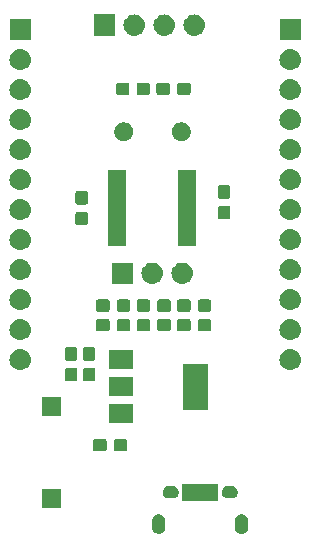
<source format=gbr>
%TF.GenerationSoftware,KiCad,Pcbnew,5.1.0*%
%TF.CreationDate,2019-06-23T04:01:33+08:00*%
%TF.ProjectId,stm32_fxp6,73746d33-325f-4667-9870-362e6b696361,rev?*%
%TF.SameCoordinates,Original*%
%TF.FileFunction,Soldermask,Top*%
%TF.FilePolarity,Negative*%
%FSLAX46Y46*%
G04 Gerber Fmt 4.6, Leading zero omitted, Abs format (unit mm)*
G04 Created by KiCad (PCBNEW 5.1.0) date 2019-06-23 04:01:33*
%MOMM*%
%LPD*%
G04 APERTURE LIST*
%ADD10C,0.350000*%
G04 APERTURE END LIST*
D10*
G36*
X78650014Y-73048973D02*
G01*
X78753878Y-73080479D01*
X78797907Y-73104013D01*
X78849599Y-73131643D01*
X78849601Y-73131644D01*
X78849600Y-73131644D01*
X78933501Y-73200499D01*
X79002356Y-73284400D01*
X79053521Y-73380121D01*
X79085027Y-73483985D01*
X79093000Y-73564933D01*
X79093000Y-74169067D01*
X79085027Y-74250015D01*
X79053521Y-74353879D01*
X79053519Y-74353882D01*
X79002357Y-74449600D01*
X78933501Y-74533501D01*
X78849600Y-74602357D01*
X78781055Y-74638995D01*
X78753879Y-74653521D01*
X78650015Y-74685027D01*
X78542000Y-74695666D01*
X78433986Y-74685027D01*
X78330122Y-74653521D01*
X78302946Y-74638995D01*
X78234401Y-74602357D01*
X78150500Y-74533501D01*
X78081643Y-74449599D01*
X78030481Y-74353882D01*
X78030480Y-74353879D01*
X77998973Y-74250015D01*
X77991000Y-74169067D01*
X77991000Y-73564934D01*
X77998973Y-73483986D01*
X78030479Y-73380122D01*
X78081644Y-73284400D01*
X78150499Y-73200499D01*
X78234400Y-73131644D01*
X78234399Y-73131644D01*
X78234401Y-73131643D01*
X78286093Y-73104013D01*
X78330121Y-73080479D01*
X78433985Y-73048973D01*
X78542000Y-73038334D01*
X78650014Y-73048973D01*
X78650014Y-73048973D01*
G37*
G36*
X85650014Y-73048973D02*
G01*
X85753878Y-73080479D01*
X85797907Y-73104013D01*
X85849599Y-73131643D01*
X85849601Y-73131644D01*
X85849600Y-73131644D01*
X85933501Y-73200499D01*
X86002356Y-73284400D01*
X86053521Y-73380121D01*
X86085027Y-73483985D01*
X86093000Y-73564933D01*
X86093000Y-74169067D01*
X86085027Y-74250015D01*
X86053521Y-74353879D01*
X86053519Y-74353882D01*
X86002357Y-74449600D01*
X85933501Y-74533501D01*
X85849600Y-74602357D01*
X85781055Y-74638995D01*
X85753879Y-74653521D01*
X85650015Y-74685027D01*
X85542000Y-74695666D01*
X85433986Y-74685027D01*
X85330122Y-74653521D01*
X85302946Y-74638995D01*
X85234401Y-74602357D01*
X85150500Y-74533501D01*
X85081643Y-74449599D01*
X85030481Y-74353882D01*
X85030480Y-74353879D01*
X84998973Y-74250015D01*
X84991000Y-74169067D01*
X84991000Y-73564934D01*
X84998973Y-73483986D01*
X85030479Y-73380122D01*
X85081644Y-73284400D01*
X85150499Y-73200499D01*
X85234400Y-73131644D01*
X85234399Y-73131644D01*
X85234401Y-73131643D01*
X85286093Y-73104013D01*
X85330121Y-73080479D01*
X85433985Y-73048973D01*
X85542000Y-73038334D01*
X85650014Y-73048973D01*
X85650014Y-73048973D01*
G37*
G36*
X70270000Y-72519000D02*
G01*
X68668000Y-72519000D01*
X68668000Y-70917000D01*
X70270000Y-70917000D01*
X70270000Y-72519000D01*
X70270000Y-72519000D01*
G37*
G36*
X83593000Y-71893000D02*
G01*
X80491000Y-71893000D01*
X80491000Y-70441000D01*
X83593000Y-70441000D01*
X83593000Y-71893000D01*
X83593000Y-71893000D01*
G37*
G36*
X79795114Y-70648611D02*
G01*
X79894265Y-70678688D01*
X79985644Y-70727531D01*
X80065738Y-70793262D01*
X80131469Y-70873356D01*
X80180312Y-70964735D01*
X80210389Y-71063886D01*
X80220545Y-71167000D01*
X80210389Y-71270114D01*
X80180312Y-71369265D01*
X80131469Y-71460644D01*
X80065738Y-71540738D01*
X79985644Y-71606469D01*
X79894265Y-71655312D01*
X79795114Y-71685389D01*
X79717839Y-71693000D01*
X79366161Y-71693000D01*
X79288886Y-71685389D01*
X79189735Y-71655312D01*
X79098356Y-71606469D01*
X79018262Y-71540738D01*
X78952531Y-71460644D01*
X78903688Y-71369265D01*
X78873611Y-71270114D01*
X78863455Y-71167000D01*
X78873611Y-71063886D01*
X78903688Y-70964735D01*
X78952531Y-70873356D01*
X79018262Y-70793262D01*
X79098356Y-70727531D01*
X79189735Y-70678688D01*
X79288886Y-70648611D01*
X79366161Y-70641000D01*
X79717839Y-70641000D01*
X79795114Y-70648611D01*
X79795114Y-70648611D01*
G37*
G36*
X84795114Y-70648611D02*
G01*
X84894265Y-70678688D01*
X84985644Y-70727531D01*
X85065738Y-70793262D01*
X85131469Y-70873356D01*
X85180312Y-70964735D01*
X85210389Y-71063886D01*
X85220545Y-71167000D01*
X85210389Y-71270114D01*
X85180312Y-71369265D01*
X85131469Y-71460644D01*
X85065738Y-71540738D01*
X84985644Y-71606469D01*
X84894265Y-71655312D01*
X84795114Y-71685389D01*
X84717839Y-71693000D01*
X84366161Y-71693000D01*
X84288886Y-71685389D01*
X84189735Y-71655312D01*
X84098356Y-71606469D01*
X84018262Y-71540738D01*
X83952531Y-71460644D01*
X83903688Y-71369265D01*
X83873611Y-71270114D01*
X83863455Y-71167000D01*
X83873611Y-71063886D01*
X83903688Y-70964735D01*
X83952531Y-70873356D01*
X84018262Y-70793262D01*
X84098356Y-70727531D01*
X84189735Y-70678688D01*
X84288886Y-70648611D01*
X84366161Y-70641000D01*
X84717839Y-70641000D01*
X84795114Y-70648611D01*
X84795114Y-70648611D01*
G37*
G36*
X73961499Y-66661445D02*
G01*
X73998995Y-66672820D01*
X74033554Y-66691292D01*
X74063847Y-66716153D01*
X74088708Y-66746446D01*
X74107180Y-66781005D01*
X74118555Y-66818501D01*
X74123000Y-66863638D01*
X74123000Y-67502362D01*
X74118555Y-67547499D01*
X74107180Y-67584995D01*
X74088708Y-67619554D01*
X74063847Y-67649847D01*
X74033554Y-67674708D01*
X73998995Y-67693180D01*
X73961499Y-67704555D01*
X73916362Y-67709000D01*
X73177638Y-67709000D01*
X73132501Y-67704555D01*
X73095005Y-67693180D01*
X73060446Y-67674708D01*
X73030153Y-67649847D01*
X73005292Y-67619554D01*
X72986820Y-67584995D01*
X72975445Y-67547499D01*
X72971000Y-67502362D01*
X72971000Y-66863638D01*
X72975445Y-66818501D01*
X72986820Y-66781005D01*
X73005292Y-66746446D01*
X73030153Y-66716153D01*
X73060446Y-66691292D01*
X73095005Y-66672820D01*
X73132501Y-66661445D01*
X73177638Y-66657000D01*
X73916362Y-66657000D01*
X73961499Y-66661445D01*
X73961499Y-66661445D01*
G37*
G36*
X75711499Y-66661445D02*
G01*
X75748995Y-66672820D01*
X75783554Y-66691292D01*
X75813847Y-66716153D01*
X75838708Y-66746446D01*
X75857180Y-66781005D01*
X75868555Y-66818501D01*
X75873000Y-66863638D01*
X75873000Y-67502362D01*
X75868555Y-67547499D01*
X75857180Y-67584995D01*
X75838708Y-67619554D01*
X75813847Y-67649847D01*
X75783554Y-67674708D01*
X75748995Y-67693180D01*
X75711499Y-67704555D01*
X75666362Y-67709000D01*
X74927638Y-67709000D01*
X74882501Y-67704555D01*
X74845005Y-67693180D01*
X74810446Y-67674708D01*
X74780153Y-67649847D01*
X74755292Y-67619554D01*
X74736820Y-67584995D01*
X74725445Y-67547499D01*
X74721000Y-67502362D01*
X74721000Y-66863638D01*
X74725445Y-66818501D01*
X74736820Y-66781005D01*
X74755292Y-66746446D01*
X74780153Y-66716153D01*
X74810446Y-66691292D01*
X74845005Y-66672820D01*
X74882501Y-66661445D01*
X74927638Y-66657000D01*
X75666362Y-66657000D01*
X75711499Y-66661445D01*
X75711499Y-66661445D01*
G37*
G36*
X76387000Y-65331000D02*
G01*
X74285000Y-65331000D01*
X74285000Y-63729000D01*
X76387000Y-63729000D01*
X76387000Y-65331000D01*
X76387000Y-65331000D01*
G37*
G36*
X70270000Y-64719000D02*
G01*
X68668000Y-64719000D01*
X68668000Y-63117000D01*
X70270000Y-63117000D01*
X70270000Y-64719000D01*
X70270000Y-64719000D01*
G37*
G36*
X82687000Y-64181000D02*
G01*
X80585000Y-64181000D01*
X80585000Y-60279000D01*
X82687000Y-60279000D01*
X82687000Y-64181000D01*
X82687000Y-64181000D01*
G37*
G36*
X76387000Y-63031000D02*
G01*
X74285000Y-63031000D01*
X74285000Y-61429000D01*
X76387000Y-61429000D01*
X76387000Y-63031000D01*
X76387000Y-63031000D01*
G37*
G36*
X73008499Y-60628445D02*
G01*
X73045995Y-60639820D01*
X73080554Y-60658292D01*
X73110847Y-60683153D01*
X73135708Y-60713446D01*
X73154180Y-60748005D01*
X73165555Y-60785501D01*
X73170000Y-60830638D01*
X73170000Y-61569362D01*
X73165555Y-61614499D01*
X73154180Y-61651995D01*
X73135708Y-61686554D01*
X73110847Y-61716847D01*
X73080554Y-61741708D01*
X73045995Y-61760180D01*
X73008499Y-61771555D01*
X72963362Y-61776000D01*
X72324638Y-61776000D01*
X72279501Y-61771555D01*
X72242005Y-61760180D01*
X72207446Y-61741708D01*
X72177153Y-61716847D01*
X72152292Y-61686554D01*
X72133820Y-61651995D01*
X72122445Y-61614499D01*
X72118000Y-61569362D01*
X72118000Y-60830638D01*
X72122445Y-60785501D01*
X72133820Y-60748005D01*
X72152292Y-60713446D01*
X72177153Y-60683153D01*
X72207446Y-60658292D01*
X72242005Y-60639820D01*
X72279501Y-60628445D01*
X72324638Y-60624000D01*
X72963362Y-60624000D01*
X73008499Y-60628445D01*
X73008499Y-60628445D01*
G37*
G36*
X71484499Y-60628445D02*
G01*
X71521995Y-60639820D01*
X71556554Y-60658292D01*
X71586847Y-60683153D01*
X71611708Y-60713446D01*
X71630180Y-60748005D01*
X71641555Y-60785501D01*
X71646000Y-60830638D01*
X71646000Y-61569362D01*
X71641555Y-61614499D01*
X71630180Y-61651995D01*
X71611708Y-61686554D01*
X71586847Y-61716847D01*
X71556554Y-61741708D01*
X71521995Y-61760180D01*
X71484499Y-61771555D01*
X71439362Y-61776000D01*
X70800638Y-61776000D01*
X70755501Y-61771555D01*
X70718005Y-61760180D01*
X70683446Y-61741708D01*
X70653153Y-61716847D01*
X70628292Y-61686554D01*
X70609820Y-61651995D01*
X70598445Y-61614499D01*
X70594000Y-61569362D01*
X70594000Y-60830638D01*
X70598445Y-60785501D01*
X70609820Y-60748005D01*
X70628292Y-60713446D01*
X70653153Y-60683153D01*
X70683446Y-60658292D01*
X70718005Y-60639820D01*
X70755501Y-60628445D01*
X70800638Y-60624000D01*
X71439362Y-60624000D01*
X71484499Y-60628445D01*
X71484499Y-60628445D01*
G37*
G36*
X89772443Y-59049519D02*
G01*
X89838627Y-59056037D01*
X90008466Y-59107557D01*
X90164991Y-59191222D01*
X90200729Y-59220552D01*
X90302186Y-59303814D01*
X90385448Y-59405271D01*
X90414778Y-59441009D01*
X90498443Y-59597534D01*
X90549963Y-59767373D01*
X90567359Y-59944000D01*
X90549963Y-60120627D01*
X90498443Y-60290466D01*
X90414778Y-60446991D01*
X90385448Y-60482729D01*
X90302186Y-60584186D01*
X90211886Y-60658292D01*
X90164991Y-60696778D01*
X90008466Y-60780443D01*
X89838627Y-60831963D01*
X89800775Y-60835691D01*
X89706260Y-60845000D01*
X89617740Y-60845000D01*
X89523225Y-60835691D01*
X89485373Y-60831963D01*
X89315534Y-60780443D01*
X89159009Y-60696778D01*
X89112114Y-60658292D01*
X89021814Y-60584186D01*
X88938552Y-60482729D01*
X88909222Y-60446991D01*
X88825557Y-60290466D01*
X88774037Y-60120627D01*
X88756641Y-59944000D01*
X88774037Y-59767373D01*
X88825557Y-59597534D01*
X88909222Y-59441009D01*
X88938552Y-59405271D01*
X89021814Y-59303814D01*
X89123271Y-59220552D01*
X89159009Y-59191222D01*
X89315534Y-59107557D01*
X89485373Y-59056037D01*
X89551557Y-59049519D01*
X89617740Y-59043000D01*
X89706260Y-59043000D01*
X89772443Y-59049519D01*
X89772443Y-59049519D01*
G37*
G36*
X66912443Y-59049519D02*
G01*
X66978627Y-59056037D01*
X67148466Y-59107557D01*
X67304991Y-59191222D01*
X67340729Y-59220552D01*
X67442186Y-59303814D01*
X67525448Y-59405271D01*
X67554778Y-59441009D01*
X67638443Y-59597534D01*
X67689963Y-59767373D01*
X67707359Y-59944000D01*
X67689963Y-60120627D01*
X67638443Y-60290466D01*
X67554778Y-60446991D01*
X67525448Y-60482729D01*
X67442186Y-60584186D01*
X67351886Y-60658292D01*
X67304991Y-60696778D01*
X67148466Y-60780443D01*
X66978627Y-60831963D01*
X66940775Y-60835691D01*
X66846260Y-60845000D01*
X66757740Y-60845000D01*
X66663225Y-60835691D01*
X66625373Y-60831963D01*
X66455534Y-60780443D01*
X66299009Y-60696778D01*
X66252114Y-60658292D01*
X66161814Y-60584186D01*
X66078552Y-60482729D01*
X66049222Y-60446991D01*
X65965557Y-60290466D01*
X65914037Y-60120627D01*
X65896641Y-59944000D01*
X65914037Y-59767373D01*
X65965557Y-59597534D01*
X66049222Y-59441009D01*
X66078552Y-59405271D01*
X66161814Y-59303814D01*
X66263271Y-59220552D01*
X66299009Y-59191222D01*
X66455534Y-59107557D01*
X66625373Y-59056037D01*
X66691557Y-59049519D01*
X66757740Y-59043000D01*
X66846260Y-59043000D01*
X66912443Y-59049519D01*
X66912443Y-59049519D01*
G37*
G36*
X76387000Y-60731000D02*
G01*
X74285000Y-60731000D01*
X74285000Y-59129000D01*
X76387000Y-59129000D01*
X76387000Y-60731000D01*
X76387000Y-60731000D01*
G37*
G36*
X73008499Y-58878445D02*
G01*
X73045995Y-58889820D01*
X73080554Y-58908292D01*
X73110847Y-58933153D01*
X73135708Y-58963446D01*
X73154180Y-58998005D01*
X73165555Y-59035501D01*
X73170000Y-59080638D01*
X73170000Y-59819362D01*
X73165555Y-59864499D01*
X73154180Y-59901995D01*
X73135708Y-59936554D01*
X73110847Y-59966847D01*
X73080554Y-59991708D01*
X73045995Y-60010180D01*
X73008499Y-60021555D01*
X72963362Y-60026000D01*
X72324638Y-60026000D01*
X72279501Y-60021555D01*
X72242005Y-60010180D01*
X72207446Y-59991708D01*
X72177153Y-59966847D01*
X72152292Y-59936554D01*
X72133820Y-59901995D01*
X72122445Y-59864499D01*
X72118000Y-59819362D01*
X72118000Y-59080638D01*
X72122445Y-59035501D01*
X72133820Y-58998005D01*
X72152292Y-58963446D01*
X72177153Y-58933153D01*
X72207446Y-58908292D01*
X72242005Y-58889820D01*
X72279501Y-58878445D01*
X72324638Y-58874000D01*
X72963362Y-58874000D01*
X73008499Y-58878445D01*
X73008499Y-58878445D01*
G37*
G36*
X71484499Y-58878445D02*
G01*
X71521995Y-58889820D01*
X71556554Y-58908292D01*
X71586847Y-58933153D01*
X71611708Y-58963446D01*
X71630180Y-58998005D01*
X71641555Y-59035501D01*
X71646000Y-59080638D01*
X71646000Y-59819362D01*
X71641555Y-59864499D01*
X71630180Y-59901995D01*
X71611708Y-59936554D01*
X71586847Y-59966847D01*
X71556554Y-59991708D01*
X71521995Y-60010180D01*
X71484499Y-60021555D01*
X71439362Y-60026000D01*
X70800638Y-60026000D01*
X70755501Y-60021555D01*
X70718005Y-60010180D01*
X70683446Y-59991708D01*
X70653153Y-59966847D01*
X70628292Y-59936554D01*
X70609820Y-59901995D01*
X70598445Y-59864499D01*
X70594000Y-59819362D01*
X70594000Y-59080638D01*
X70598445Y-59035501D01*
X70609820Y-58998005D01*
X70628292Y-58963446D01*
X70653153Y-58933153D01*
X70683446Y-58908292D01*
X70718005Y-58889820D01*
X70755501Y-58878445D01*
X70800638Y-58874000D01*
X71439362Y-58874000D01*
X71484499Y-58878445D01*
X71484499Y-58878445D01*
G37*
G36*
X89772442Y-56509518D02*
G01*
X89838627Y-56516037D01*
X90008466Y-56567557D01*
X90164991Y-56651222D01*
X90200729Y-56680552D01*
X90302186Y-56763814D01*
X90385448Y-56865271D01*
X90414778Y-56901009D01*
X90498443Y-57057534D01*
X90549963Y-57227373D01*
X90567359Y-57404000D01*
X90549963Y-57580627D01*
X90498443Y-57750466D01*
X90414778Y-57906991D01*
X90385448Y-57942729D01*
X90302186Y-58044186D01*
X90200729Y-58127448D01*
X90164991Y-58156778D01*
X90008466Y-58240443D01*
X89838627Y-58291963D01*
X89772443Y-58298481D01*
X89706260Y-58305000D01*
X89617740Y-58305000D01*
X89551557Y-58298481D01*
X89485373Y-58291963D01*
X89315534Y-58240443D01*
X89159009Y-58156778D01*
X89123271Y-58127448D01*
X89021814Y-58044186D01*
X88938552Y-57942729D01*
X88909222Y-57906991D01*
X88825557Y-57750466D01*
X88774037Y-57580627D01*
X88756641Y-57404000D01*
X88774037Y-57227373D01*
X88825557Y-57057534D01*
X88909222Y-56901009D01*
X88938552Y-56865271D01*
X89021814Y-56763814D01*
X89123271Y-56680552D01*
X89159009Y-56651222D01*
X89315534Y-56567557D01*
X89485373Y-56516037D01*
X89551558Y-56509518D01*
X89617740Y-56503000D01*
X89706260Y-56503000D01*
X89772442Y-56509518D01*
X89772442Y-56509518D01*
G37*
G36*
X66912442Y-56509518D02*
G01*
X66978627Y-56516037D01*
X67148466Y-56567557D01*
X67304991Y-56651222D01*
X67340729Y-56680552D01*
X67442186Y-56763814D01*
X67525448Y-56865271D01*
X67554778Y-56901009D01*
X67638443Y-57057534D01*
X67689963Y-57227373D01*
X67707359Y-57404000D01*
X67689963Y-57580627D01*
X67638443Y-57750466D01*
X67554778Y-57906991D01*
X67525448Y-57942729D01*
X67442186Y-58044186D01*
X67340729Y-58127448D01*
X67304991Y-58156778D01*
X67148466Y-58240443D01*
X66978627Y-58291963D01*
X66912443Y-58298481D01*
X66846260Y-58305000D01*
X66757740Y-58305000D01*
X66691557Y-58298481D01*
X66625373Y-58291963D01*
X66455534Y-58240443D01*
X66299009Y-58156778D01*
X66263271Y-58127448D01*
X66161814Y-58044186D01*
X66078552Y-57942729D01*
X66049222Y-57906991D01*
X65965557Y-57750466D01*
X65914037Y-57580627D01*
X65896641Y-57404000D01*
X65914037Y-57227373D01*
X65965557Y-57057534D01*
X66049222Y-56901009D01*
X66078552Y-56865271D01*
X66161814Y-56763814D01*
X66263271Y-56680552D01*
X66299009Y-56651222D01*
X66455534Y-56567557D01*
X66625373Y-56516037D01*
X66691558Y-56509518D01*
X66757740Y-56503000D01*
X66846260Y-56503000D01*
X66912442Y-56509518D01*
X66912442Y-56509518D01*
G37*
G36*
X79394499Y-56501445D02*
G01*
X79431995Y-56512820D01*
X79466554Y-56531292D01*
X79496847Y-56556153D01*
X79521708Y-56586446D01*
X79540180Y-56621005D01*
X79551555Y-56658501D01*
X79556000Y-56703638D01*
X79556000Y-57342362D01*
X79551555Y-57387499D01*
X79540180Y-57424995D01*
X79521708Y-57459554D01*
X79496847Y-57489847D01*
X79466554Y-57514708D01*
X79431995Y-57533180D01*
X79394499Y-57544555D01*
X79349362Y-57549000D01*
X78610638Y-57549000D01*
X78565501Y-57544555D01*
X78528005Y-57533180D01*
X78493446Y-57514708D01*
X78463153Y-57489847D01*
X78438292Y-57459554D01*
X78419820Y-57424995D01*
X78408445Y-57387499D01*
X78404000Y-57342362D01*
X78404000Y-56703638D01*
X78408445Y-56658501D01*
X78419820Y-56621005D01*
X78438292Y-56586446D01*
X78463153Y-56556153D01*
X78493446Y-56531292D01*
X78528005Y-56512820D01*
X78565501Y-56501445D01*
X78610638Y-56497000D01*
X79349362Y-56497000D01*
X79394499Y-56501445D01*
X79394499Y-56501445D01*
G37*
G36*
X81073499Y-56501445D02*
G01*
X81110995Y-56512820D01*
X81145554Y-56531292D01*
X81175847Y-56556153D01*
X81200708Y-56586446D01*
X81219180Y-56621005D01*
X81230555Y-56658501D01*
X81235000Y-56703638D01*
X81235000Y-57342362D01*
X81230555Y-57387499D01*
X81219180Y-57424995D01*
X81200708Y-57459554D01*
X81175847Y-57489847D01*
X81145554Y-57514708D01*
X81110995Y-57533180D01*
X81073499Y-57544555D01*
X81028362Y-57549000D01*
X80289638Y-57549000D01*
X80244501Y-57544555D01*
X80207005Y-57533180D01*
X80172446Y-57514708D01*
X80142153Y-57489847D01*
X80117292Y-57459554D01*
X80098820Y-57424995D01*
X80087445Y-57387499D01*
X80083000Y-57342362D01*
X80083000Y-56703638D01*
X80087445Y-56658501D01*
X80098820Y-56621005D01*
X80117292Y-56586446D01*
X80142153Y-56556153D01*
X80172446Y-56531292D01*
X80207005Y-56512820D01*
X80244501Y-56501445D01*
X80289638Y-56497000D01*
X81028362Y-56497000D01*
X81073499Y-56501445D01*
X81073499Y-56501445D01*
G37*
G36*
X82823499Y-56501445D02*
G01*
X82860995Y-56512820D01*
X82895554Y-56531292D01*
X82925847Y-56556153D01*
X82950708Y-56586446D01*
X82969180Y-56621005D01*
X82980555Y-56658501D01*
X82985000Y-56703638D01*
X82985000Y-57342362D01*
X82980555Y-57387499D01*
X82969180Y-57424995D01*
X82950708Y-57459554D01*
X82925847Y-57489847D01*
X82895554Y-57514708D01*
X82860995Y-57533180D01*
X82823499Y-57544555D01*
X82778362Y-57549000D01*
X82039638Y-57549000D01*
X81994501Y-57544555D01*
X81957005Y-57533180D01*
X81922446Y-57514708D01*
X81892153Y-57489847D01*
X81867292Y-57459554D01*
X81848820Y-57424995D01*
X81837445Y-57387499D01*
X81833000Y-57342362D01*
X81833000Y-56703638D01*
X81837445Y-56658501D01*
X81848820Y-56621005D01*
X81867292Y-56586446D01*
X81892153Y-56556153D01*
X81922446Y-56531292D01*
X81957005Y-56512820D01*
X81994501Y-56501445D01*
X82039638Y-56497000D01*
X82778362Y-56497000D01*
X82823499Y-56501445D01*
X82823499Y-56501445D01*
G37*
G36*
X74215499Y-56501445D02*
G01*
X74252995Y-56512820D01*
X74287554Y-56531292D01*
X74317847Y-56556153D01*
X74342708Y-56586446D01*
X74361180Y-56621005D01*
X74372555Y-56658501D01*
X74377000Y-56703638D01*
X74377000Y-57342362D01*
X74372555Y-57387499D01*
X74361180Y-57424995D01*
X74342708Y-57459554D01*
X74317847Y-57489847D01*
X74287554Y-57514708D01*
X74252995Y-57533180D01*
X74215499Y-57544555D01*
X74170362Y-57549000D01*
X73431638Y-57549000D01*
X73386501Y-57544555D01*
X73349005Y-57533180D01*
X73314446Y-57514708D01*
X73284153Y-57489847D01*
X73259292Y-57459554D01*
X73240820Y-57424995D01*
X73229445Y-57387499D01*
X73225000Y-57342362D01*
X73225000Y-56703638D01*
X73229445Y-56658501D01*
X73240820Y-56621005D01*
X73259292Y-56586446D01*
X73284153Y-56556153D01*
X73314446Y-56531292D01*
X73349005Y-56512820D01*
X73386501Y-56501445D01*
X73431638Y-56497000D01*
X74170362Y-56497000D01*
X74215499Y-56501445D01*
X74215499Y-56501445D01*
G37*
G36*
X75965499Y-56501445D02*
G01*
X76002995Y-56512820D01*
X76037554Y-56531292D01*
X76067847Y-56556153D01*
X76092708Y-56586446D01*
X76111180Y-56621005D01*
X76122555Y-56658501D01*
X76127000Y-56703638D01*
X76127000Y-57342362D01*
X76122555Y-57387499D01*
X76111180Y-57424995D01*
X76092708Y-57459554D01*
X76067847Y-57489847D01*
X76037554Y-57514708D01*
X76002995Y-57533180D01*
X75965499Y-57544555D01*
X75920362Y-57549000D01*
X75181638Y-57549000D01*
X75136501Y-57544555D01*
X75099005Y-57533180D01*
X75064446Y-57514708D01*
X75034153Y-57489847D01*
X75009292Y-57459554D01*
X74990820Y-57424995D01*
X74979445Y-57387499D01*
X74975000Y-57342362D01*
X74975000Y-56703638D01*
X74979445Y-56658501D01*
X74990820Y-56621005D01*
X75009292Y-56586446D01*
X75034153Y-56556153D01*
X75064446Y-56531292D01*
X75099005Y-56512820D01*
X75136501Y-56501445D01*
X75181638Y-56497000D01*
X75920362Y-56497000D01*
X75965499Y-56501445D01*
X75965499Y-56501445D01*
G37*
G36*
X77644499Y-56501445D02*
G01*
X77681995Y-56512820D01*
X77716554Y-56531292D01*
X77746847Y-56556153D01*
X77771708Y-56586446D01*
X77790180Y-56621005D01*
X77801555Y-56658501D01*
X77806000Y-56703638D01*
X77806000Y-57342362D01*
X77801555Y-57387499D01*
X77790180Y-57424995D01*
X77771708Y-57459554D01*
X77746847Y-57489847D01*
X77716554Y-57514708D01*
X77681995Y-57533180D01*
X77644499Y-57544555D01*
X77599362Y-57549000D01*
X76860638Y-57549000D01*
X76815501Y-57544555D01*
X76778005Y-57533180D01*
X76743446Y-57514708D01*
X76713153Y-57489847D01*
X76688292Y-57459554D01*
X76669820Y-57424995D01*
X76658445Y-57387499D01*
X76654000Y-57342362D01*
X76654000Y-56703638D01*
X76658445Y-56658501D01*
X76669820Y-56621005D01*
X76688292Y-56586446D01*
X76713153Y-56556153D01*
X76743446Y-56531292D01*
X76778005Y-56512820D01*
X76815501Y-56501445D01*
X76860638Y-56497000D01*
X77599362Y-56497000D01*
X77644499Y-56501445D01*
X77644499Y-56501445D01*
G37*
G36*
X74215499Y-54850445D02*
G01*
X74252995Y-54861820D01*
X74287554Y-54880292D01*
X74317847Y-54905153D01*
X74342708Y-54935446D01*
X74361180Y-54970005D01*
X74372555Y-55007501D01*
X74377000Y-55052638D01*
X74377000Y-55691362D01*
X74372555Y-55736499D01*
X74361180Y-55773995D01*
X74342708Y-55808554D01*
X74317847Y-55838847D01*
X74287554Y-55863708D01*
X74252995Y-55882180D01*
X74215499Y-55893555D01*
X74170362Y-55898000D01*
X73431638Y-55898000D01*
X73386501Y-55893555D01*
X73349005Y-55882180D01*
X73314446Y-55863708D01*
X73284153Y-55838847D01*
X73259292Y-55808554D01*
X73240820Y-55773995D01*
X73229445Y-55736499D01*
X73225000Y-55691362D01*
X73225000Y-55052638D01*
X73229445Y-55007501D01*
X73240820Y-54970005D01*
X73259292Y-54935446D01*
X73284153Y-54905153D01*
X73314446Y-54880292D01*
X73349005Y-54861820D01*
X73386501Y-54850445D01*
X73431638Y-54846000D01*
X74170362Y-54846000D01*
X74215499Y-54850445D01*
X74215499Y-54850445D01*
G37*
G36*
X81073499Y-54850445D02*
G01*
X81110995Y-54861820D01*
X81145554Y-54880292D01*
X81175847Y-54905153D01*
X81200708Y-54935446D01*
X81219180Y-54970005D01*
X81230555Y-55007501D01*
X81235000Y-55052638D01*
X81235000Y-55691362D01*
X81230555Y-55736499D01*
X81219180Y-55773995D01*
X81200708Y-55808554D01*
X81175847Y-55838847D01*
X81145554Y-55863708D01*
X81110995Y-55882180D01*
X81073499Y-55893555D01*
X81028362Y-55898000D01*
X80289638Y-55898000D01*
X80244501Y-55893555D01*
X80207005Y-55882180D01*
X80172446Y-55863708D01*
X80142153Y-55838847D01*
X80117292Y-55808554D01*
X80098820Y-55773995D01*
X80087445Y-55736499D01*
X80083000Y-55691362D01*
X80083000Y-55052638D01*
X80087445Y-55007501D01*
X80098820Y-54970005D01*
X80117292Y-54935446D01*
X80142153Y-54905153D01*
X80172446Y-54880292D01*
X80207005Y-54861820D01*
X80244501Y-54850445D01*
X80289638Y-54846000D01*
X81028362Y-54846000D01*
X81073499Y-54850445D01*
X81073499Y-54850445D01*
G37*
G36*
X82823499Y-54850445D02*
G01*
X82860995Y-54861820D01*
X82895554Y-54880292D01*
X82925847Y-54905153D01*
X82950708Y-54935446D01*
X82969180Y-54970005D01*
X82980555Y-55007501D01*
X82985000Y-55052638D01*
X82985000Y-55691362D01*
X82980555Y-55736499D01*
X82969180Y-55773995D01*
X82950708Y-55808554D01*
X82925847Y-55838847D01*
X82895554Y-55863708D01*
X82860995Y-55882180D01*
X82823499Y-55893555D01*
X82778362Y-55898000D01*
X82039638Y-55898000D01*
X81994501Y-55893555D01*
X81957005Y-55882180D01*
X81922446Y-55863708D01*
X81892153Y-55838847D01*
X81867292Y-55808554D01*
X81848820Y-55773995D01*
X81837445Y-55736499D01*
X81833000Y-55691362D01*
X81833000Y-55052638D01*
X81837445Y-55007501D01*
X81848820Y-54970005D01*
X81867292Y-54935446D01*
X81892153Y-54905153D01*
X81922446Y-54880292D01*
X81957005Y-54861820D01*
X81994501Y-54850445D01*
X82039638Y-54846000D01*
X82778362Y-54846000D01*
X82823499Y-54850445D01*
X82823499Y-54850445D01*
G37*
G36*
X79394499Y-54850445D02*
G01*
X79431995Y-54861820D01*
X79466554Y-54880292D01*
X79496847Y-54905153D01*
X79521708Y-54935446D01*
X79540180Y-54970005D01*
X79551555Y-55007501D01*
X79556000Y-55052638D01*
X79556000Y-55691362D01*
X79551555Y-55736499D01*
X79540180Y-55773995D01*
X79521708Y-55808554D01*
X79496847Y-55838847D01*
X79466554Y-55863708D01*
X79431995Y-55882180D01*
X79394499Y-55893555D01*
X79349362Y-55898000D01*
X78610638Y-55898000D01*
X78565501Y-55893555D01*
X78528005Y-55882180D01*
X78493446Y-55863708D01*
X78463153Y-55838847D01*
X78438292Y-55808554D01*
X78419820Y-55773995D01*
X78408445Y-55736499D01*
X78404000Y-55691362D01*
X78404000Y-55052638D01*
X78408445Y-55007501D01*
X78419820Y-54970005D01*
X78438292Y-54935446D01*
X78463153Y-54905153D01*
X78493446Y-54880292D01*
X78528005Y-54861820D01*
X78565501Y-54850445D01*
X78610638Y-54846000D01*
X79349362Y-54846000D01*
X79394499Y-54850445D01*
X79394499Y-54850445D01*
G37*
G36*
X77644499Y-54850445D02*
G01*
X77681995Y-54861820D01*
X77716554Y-54880292D01*
X77746847Y-54905153D01*
X77771708Y-54935446D01*
X77790180Y-54970005D01*
X77801555Y-55007501D01*
X77806000Y-55052638D01*
X77806000Y-55691362D01*
X77801555Y-55736499D01*
X77790180Y-55773995D01*
X77771708Y-55808554D01*
X77746847Y-55838847D01*
X77716554Y-55863708D01*
X77681995Y-55882180D01*
X77644499Y-55893555D01*
X77599362Y-55898000D01*
X76860638Y-55898000D01*
X76815501Y-55893555D01*
X76778005Y-55882180D01*
X76743446Y-55863708D01*
X76713153Y-55838847D01*
X76688292Y-55808554D01*
X76669820Y-55773995D01*
X76658445Y-55736499D01*
X76654000Y-55691362D01*
X76654000Y-55052638D01*
X76658445Y-55007501D01*
X76669820Y-54970005D01*
X76688292Y-54935446D01*
X76713153Y-54905153D01*
X76743446Y-54880292D01*
X76778005Y-54861820D01*
X76815501Y-54850445D01*
X76860638Y-54846000D01*
X77599362Y-54846000D01*
X77644499Y-54850445D01*
X77644499Y-54850445D01*
G37*
G36*
X75965499Y-54850445D02*
G01*
X76002995Y-54861820D01*
X76037554Y-54880292D01*
X76067847Y-54905153D01*
X76092708Y-54935446D01*
X76111180Y-54970005D01*
X76122555Y-55007501D01*
X76127000Y-55052638D01*
X76127000Y-55691362D01*
X76122555Y-55736499D01*
X76111180Y-55773995D01*
X76092708Y-55808554D01*
X76067847Y-55838847D01*
X76037554Y-55863708D01*
X76002995Y-55882180D01*
X75965499Y-55893555D01*
X75920362Y-55898000D01*
X75181638Y-55898000D01*
X75136501Y-55893555D01*
X75099005Y-55882180D01*
X75064446Y-55863708D01*
X75034153Y-55838847D01*
X75009292Y-55808554D01*
X74990820Y-55773995D01*
X74979445Y-55736499D01*
X74975000Y-55691362D01*
X74975000Y-55052638D01*
X74979445Y-55007501D01*
X74990820Y-54970005D01*
X75009292Y-54935446D01*
X75034153Y-54905153D01*
X75064446Y-54880292D01*
X75099005Y-54861820D01*
X75136501Y-54850445D01*
X75181638Y-54846000D01*
X75920362Y-54846000D01*
X75965499Y-54850445D01*
X75965499Y-54850445D01*
G37*
G36*
X66912443Y-53969519D02*
G01*
X66978627Y-53976037D01*
X67148466Y-54027557D01*
X67304991Y-54111222D01*
X67340729Y-54140552D01*
X67442186Y-54223814D01*
X67525448Y-54325271D01*
X67554778Y-54361009D01*
X67638443Y-54517534D01*
X67689963Y-54687373D01*
X67707359Y-54864000D01*
X67689963Y-55040627D01*
X67638443Y-55210466D01*
X67554778Y-55366991D01*
X67525448Y-55402729D01*
X67442186Y-55504186D01*
X67340729Y-55587448D01*
X67304991Y-55616778D01*
X67148466Y-55700443D01*
X66978627Y-55751963D01*
X66912443Y-55758481D01*
X66846260Y-55765000D01*
X66757740Y-55765000D01*
X66691557Y-55758481D01*
X66625373Y-55751963D01*
X66455534Y-55700443D01*
X66299009Y-55616778D01*
X66263271Y-55587448D01*
X66161814Y-55504186D01*
X66078552Y-55402729D01*
X66049222Y-55366991D01*
X65965557Y-55210466D01*
X65914037Y-55040627D01*
X65896641Y-54864000D01*
X65914037Y-54687373D01*
X65965557Y-54517534D01*
X66049222Y-54361009D01*
X66078552Y-54325271D01*
X66161814Y-54223814D01*
X66263271Y-54140552D01*
X66299009Y-54111222D01*
X66455534Y-54027557D01*
X66625373Y-53976037D01*
X66691557Y-53969519D01*
X66757740Y-53963000D01*
X66846260Y-53963000D01*
X66912443Y-53969519D01*
X66912443Y-53969519D01*
G37*
G36*
X89772443Y-53969519D02*
G01*
X89838627Y-53976037D01*
X90008466Y-54027557D01*
X90164991Y-54111222D01*
X90200729Y-54140552D01*
X90302186Y-54223814D01*
X90385448Y-54325271D01*
X90414778Y-54361009D01*
X90498443Y-54517534D01*
X90549963Y-54687373D01*
X90567359Y-54864000D01*
X90549963Y-55040627D01*
X90498443Y-55210466D01*
X90414778Y-55366991D01*
X90385448Y-55402729D01*
X90302186Y-55504186D01*
X90200729Y-55587448D01*
X90164991Y-55616778D01*
X90008466Y-55700443D01*
X89838627Y-55751963D01*
X89772443Y-55758481D01*
X89706260Y-55765000D01*
X89617740Y-55765000D01*
X89551557Y-55758481D01*
X89485373Y-55751963D01*
X89315534Y-55700443D01*
X89159009Y-55616778D01*
X89123271Y-55587448D01*
X89021814Y-55504186D01*
X88938552Y-55402729D01*
X88909222Y-55366991D01*
X88825557Y-55210466D01*
X88774037Y-55040627D01*
X88756641Y-54864000D01*
X88774037Y-54687373D01*
X88825557Y-54517534D01*
X88909222Y-54361009D01*
X88938552Y-54325271D01*
X89021814Y-54223814D01*
X89123271Y-54140552D01*
X89159009Y-54111222D01*
X89315534Y-54027557D01*
X89485373Y-53976037D01*
X89551557Y-53969519D01*
X89617740Y-53963000D01*
X89706260Y-53963000D01*
X89772443Y-53969519D01*
X89772443Y-53969519D01*
G37*
G36*
X76339000Y-53542500D02*
G01*
X74537000Y-53542500D01*
X74537000Y-51740500D01*
X76339000Y-51740500D01*
X76339000Y-53542500D01*
X76339000Y-53542500D01*
G37*
G36*
X80628443Y-51747019D02*
G01*
X80694627Y-51753537D01*
X80864466Y-51805057D01*
X81020991Y-51888722D01*
X81056729Y-51918052D01*
X81158186Y-52001314D01*
X81241448Y-52102771D01*
X81270778Y-52138509D01*
X81354443Y-52295034D01*
X81405963Y-52464873D01*
X81423359Y-52641500D01*
X81405963Y-52818127D01*
X81354443Y-52987966D01*
X81270778Y-53144491D01*
X81257687Y-53160442D01*
X81158186Y-53281686D01*
X81056729Y-53364948D01*
X81020991Y-53394278D01*
X80864466Y-53477943D01*
X80694627Y-53529463D01*
X80628442Y-53535982D01*
X80562260Y-53542500D01*
X80473740Y-53542500D01*
X80407558Y-53535982D01*
X80341373Y-53529463D01*
X80171534Y-53477943D01*
X80015009Y-53394278D01*
X79979271Y-53364948D01*
X79877814Y-53281686D01*
X79778313Y-53160442D01*
X79765222Y-53144491D01*
X79681557Y-52987966D01*
X79630037Y-52818127D01*
X79612641Y-52641500D01*
X79630037Y-52464873D01*
X79681557Y-52295034D01*
X79765222Y-52138509D01*
X79794552Y-52102771D01*
X79877814Y-52001314D01*
X79979271Y-51918052D01*
X80015009Y-51888722D01*
X80171534Y-51805057D01*
X80341373Y-51753537D01*
X80407557Y-51747019D01*
X80473740Y-51740500D01*
X80562260Y-51740500D01*
X80628443Y-51747019D01*
X80628443Y-51747019D01*
G37*
G36*
X78088443Y-51747019D02*
G01*
X78154627Y-51753537D01*
X78324466Y-51805057D01*
X78480991Y-51888722D01*
X78516729Y-51918052D01*
X78618186Y-52001314D01*
X78701448Y-52102771D01*
X78730778Y-52138509D01*
X78814443Y-52295034D01*
X78865963Y-52464873D01*
X78883359Y-52641500D01*
X78865963Y-52818127D01*
X78814443Y-52987966D01*
X78730778Y-53144491D01*
X78717687Y-53160442D01*
X78618186Y-53281686D01*
X78516729Y-53364948D01*
X78480991Y-53394278D01*
X78324466Y-53477943D01*
X78154627Y-53529463D01*
X78088442Y-53535982D01*
X78022260Y-53542500D01*
X77933740Y-53542500D01*
X77867558Y-53535982D01*
X77801373Y-53529463D01*
X77631534Y-53477943D01*
X77475009Y-53394278D01*
X77439271Y-53364948D01*
X77337814Y-53281686D01*
X77238313Y-53160442D01*
X77225222Y-53144491D01*
X77141557Y-52987966D01*
X77090037Y-52818127D01*
X77072641Y-52641500D01*
X77090037Y-52464873D01*
X77141557Y-52295034D01*
X77225222Y-52138509D01*
X77254552Y-52102771D01*
X77337814Y-52001314D01*
X77439271Y-51918052D01*
X77475009Y-51888722D01*
X77631534Y-51805057D01*
X77801373Y-51753537D01*
X77867557Y-51747019D01*
X77933740Y-51740500D01*
X78022260Y-51740500D01*
X78088443Y-51747019D01*
X78088443Y-51747019D01*
G37*
G36*
X89772443Y-51429519D02*
G01*
X89838627Y-51436037D01*
X90008466Y-51487557D01*
X90164991Y-51571222D01*
X90200729Y-51600552D01*
X90302186Y-51683814D01*
X90348706Y-51740500D01*
X90414778Y-51821009D01*
X90498443Y-51977534D01*
X90549963Y-52147373D01*
X90567359Y-52324000D01*
X90549963Y-52500627D01*
X90498443Y-52670466D01*
X90414778Y-52826991D01*
X90385448Y-52862729D01*
X90302186Y-52964186D01*
X90200729Y-53047448D01*
X90164991Y-53076778D01*
X90008466Y-53160443D01*
X89838627Y-53211963D01*
X89772442Y-53218482D01*
X89706260Y-53225000D01*
X89617740Y-53225000D01*
X89551558Y-53218482D01*
X89485373Y-53211963D01*
X89315534Y-53160443D01*
X89159009Y-53076778D01*
X89123271Y-53047448D01*
X89021814Y-52964186D01*
X88938552Y-52862729D01*
X88909222Y-52826991D01*
X88825557Y-52670466D01*
X88774037Y-52500627D01*
X88756641Y-52324000D01*
X88774037Y-52147373D01*
X88825557Y-51977534D01*
X88909222Y-51821009D01*
X88975294Y-51740500D01*
X89021814Y-51683814D01*
X89123271Y-51600552D01*
X89159009Y-51571222D01*
X89315534Y-51487557D01*
X89485373Y-51436037D01*
X89551557Y-51429519D01*
X89617740Y-51423000D01*
X89706260Y-51423000D01*
X89772443Y-51429519D01*
X89772443Y-51429519D01*
G37*
G36*
X66912443Y-51429519D02*
G01*
X66978627Y-51436037D01*
X67148466Y-51487557D01*
X67304991Y-51571222D01*
X67340729Y-51600552D01*
X67442186Y-51683814D01*
X67488706Y-51740500D01*
X67554778Y-51821009D01*
X67638443Y-51977534D01*
X67689963Y-52147373D01*
X67707359Y-52324000D01*
X67689963Y-52500627D01*
X67638443Y-52670466D01*
X67554778Y-52826991D01*
X67525448Y-52862729D01*
X67442186Y-52964186D01*
X67340729Y-53047448D01*
X67304991Y-53076778D01*
X67148466Y-53160443D01*
X66978627Y-53211963D01*
X66912442Y-53218482D01*
X66846260Y-53225000D01*
X66757740Y-53225000D01*
X66691558Y-53218482D01*
X66625373Y-53211963D01*
X66455534Y-53160443D01*
X66299009Y-53076778D01*
X66263271Y-53047448D01*
X66161814Y-52964186D01*
X66078552Y-52862729D01*
X66049222Y-52826991D01*
X65965557Y-52670466D01*
X65914037Y-52500627D01*
X65896641Y-52324000D01*
X65914037Y-52147373D01*
X65965557Y-51977534D01*
X66049222Y-51821009D01*
X66115294Y-51740500D01*
X66161814Y-51683814D01*
X66263271Y-51600552D01*
X66299009Y-51571222D01*
X66455534Y-51487557D01*
X66625373Y-51436037D01*
X66691557Y-51429519D01*
X66757740Y-51423000D01*
X66846260Y-51423000D01*
X66912443Y-51429519D01*
X66912443Y-51429519D01*
G37*
G36*
X89772443Y-48889519D02*
G01*
X89838627Y-48896037D01*
X90008466Y-48947557D01*
X90164991Y-49031222D01*
X90200729Y-49060552D01*
X90302186Y-49143814D01*
X90385448Y-49245271D01*
X90414778Y-49281009D01*
X90498443Y-49437534D01*
X90549963Y-49607373D01*
X90567359Y-49784000D01*
X90549963Y-49960627D01*
X90498443Y-50130466D01*
X90414778Y-50286991D01*
X90389329Y-50318000D01*
X90302186Y-50424186D01*
X90200729Y-50507448D01*
X90164991Y-50536778D01*
X90008466Y-50620443D01*
X89838627Y-50671963D01*
X89772443Y-50678481D01*
X89706260Y-50685000D01*
X89617740Y-50685000D01*
X89551557Y-50678481D01*
X89485373Y-50671963D01*
X89315534Y-50620443D01*
X89159009Y-50536778D01*
X89123271Y-50507448D01*
X89021814Y-50424186D01*
X88934671Y-50318000D01*
X88909222Y-50286991D01*
X88825557Y-50130466D01*
X88774037Y-49960627D01*
X88756641Y-49784000D01*
X88774037Y-49607373D01*
X88825557Y-49437534D01*
X88909222Y-49281009D01*
X88938552Y-49245271D01*
X89021814Y-49143814D01*
X89123271Y-49060552D01*
X89159009Y-49031222D01*
X89315534Y-48947557D01*
X89485373Y-48896037D01*
X89551557Y-48889519D01*
X89617740Y-48883000D01*
X89706260Y-48883000D01*
X89772443Y-48889519D01*
X89772443Y-48889519D01*
G37*
G36*
X66912443Y-48889519D02*
G01*
X66978627Y-48896037D01*
X67148466Y-48947557D01*
X67304991Y-49031222D01*
X67340729Y-49060552D01*
X67442186Y-49143814D01*
X67525448Y-49245271D01*
X67554778Y-49281009D01*
X67638443Y-49437534D01*
X67689963Y-49607373D01*
X67707359Y-49784000D01*
X67689963Y-49960627D01*
X67638443Y-50130466D01*
X67554778Y-50286991D01*
X67529329Y-50318000D01*
X67442186Y-50424186D01*
X67340729Y-50507448D01*
X67304991Y-50536778D01*
X67148466Y-50620443D01*
X66978627Y-50671963D01*
X66912443Y-50678481D01*
X66846260Y-50685000D01*
X66757740Y-50685000D01*
X66691557Y-50678481D01*
X66625373Y-50671963D01*
X66455534Y-50620443D01*
X66299009Y-50536778D01*
X66263271Y-50507448D01*
X66161814Y-50424186D01*
X66074671Y-50318000D01*
X66049222Y-50286991D01*
X65965557Y-50130466D01*
X65914037Y-49960627D01*
X65896641Y-49784000D01*
X65914037Y-49607373D01*
X65965557Y-49437534D01*
X66049222Y-49281009D01*
X66078552Y-49245271D01*
X66161814Y-49143814D01*
X66263271Y-49060552D01*
X66299009Y-49031222D01*
X66455534Y-48947557D01*
X66625373Y-48896037D01*
X66691557Y-48889519D01*
X66757740Y-48883000D01*
X66846260Y-48883000D01*
X66912443Y-48889519D01*
X66912443Y-48889519D01*
G37*
G36*
X75804000Y-50318000D02*
G01*
X74252000Y-50318000D01*
X74252000Y-43916000D01*
X75804000Y-43916000D01*
X75804000Y-50318000D01*
X75804000Y-50318000D01*
G37*
G36*
X81704000Y-50318000D02*
G01*
X80152000Y-50318000D01*
X80152000Y-43916000D01*
X81704000Y-43916000D01*
X81704000Y-50318000D01*
X81704000Y-50318000D01*
G37*
G36*
X72373499Y-47420445D02*
G01*
X72410995Y-47431820D01*
X72445554Y-47450292D01*
X72475847Y-47475153D01*
X72500708Y-47505446D01*
X72519180Y-47540005D01*
X72530555Y-47577501D01*
X72535000Y-47622638D01*
X72535000Y-48361362D01*
X72530555Y-48406499D01*
X72519180Y-48443995D01*
X72500708Y-48478554D01*
X72475847Y-48508847D01*
X72445554Y-48533708D01*
X72410995Y-48552180D01*
X72373499Y-48563555D01*
X72328362Y-48568000D01*
X71689638Y-48568000D01*
X71644501Y-48563555D01*
X71607005Y-48552180D01*
X71572446Y-48533708D01*
X71542153Y-48508847D01*
X71517292Y-48478554D01*
X71498820Y-48443995D01*
X71487445Y-48406499D01*
X71483000Y-48361362D01*
X71483000Y-47622638D01*
X71487445Y-47577501D01*
X71498820Y-47540005D01*
X71517292Y-47505446D01*
X71542153Y-47475153D01*
X71572446Y-47450292D01*
X71607005Y-47431820D01*
X71644501Y-47420445D01*
X71689638Y-47416000D01*
X72328362Y-47416000D01*
X72373499Y-47420445D01*
X72373499Y-47420445D01*
G37*
G36*
X66912443Y-46349519D02*
G01*
X66978627Y-46356037D01*
X67148466Y-46407557D01*
X67304991Y-46491222D01*
X67335183Y-46516000D01*
X67442186Y-46603814D01*
X67522038Y-46701115D01*
X67554778Y-46741009D01*
X67638443Y-46897534D01*
X67689963Y-47067373D01*
X67707359Y-47244000D01*
X67689963Y-47420627D01*
X67638443Y-47590466D01*
X67554778Y-47746991D01*
X67525448Y-47782729D01*
X67442186Y-47884186D01*
X67340729Y-47967448D01*
X67304991Y-47996778D01*
X67148466Y-48080443D01*
X66978627Y-48131963D01*
X66912443Y-48138481D01*
X66846260Y-48145000D01*
X66757740Y-48145000D01*
X66691558Y-48138482D01*
X66625373Y-48131963D01*
X66455534Y-48080443D01*
X66299009Y-47996778D01*
X66263271Y-47967448D01*
X66161814Y-47884186D01*
X66078552Y-47782729D01*
X66049222Y-47746991D01*
X65965557Y-47590466D01*
X65914037Y-47420627D01*
X65896641Y-47244000D01*
X65914037Y-47067373D01*
X65965557Y-46897534D01*
X66049222Y-46741009D01*
X66081962Y-46701115D01*
X66161814Y-46603814D01*
X66268817Y-46516000D01*
X66299009Y-46491222D01*
X66455534Y-46407557D01*
X66625373Y-46356037D01*
X66691557Y-46349519D01*
X66757740Y-46343000D01*
X66846260Y-46343000D01*
X66912443Y-46349519D01*
X66912443Y-46349519D01*
G37*
G36*
X89772443Y-46349519D02*
G01*
X89838627Y-46356037D01*
X90008466Y-46407557D01*
X90164991Y-46491222D01*
X90195183Y-46516000D01*
X90302186Y-46603814D01*
X90382038Y-46701115D01*
X90414778Y-46741009D01*
X90498443Y-46897534D01*
X90549963Y-47067373D01*
X90567359Y-47244000D01*
X90549963Y-47420627D01*
X90498443Y-47590466D01*
X90414778Y-47746991D01*
X90385448Y-47782729D01*
X90302186Y-47884186D01*
X90200729Y-47967448D01*
X90164991Y-47996778D01*
X90008466Y-48080443D01*
X89838627Y-48131963D01*
X89772443Y-48138481D01*
X89706260Y-48145000D01*
X89617740Y-48145000D01*
X89551558Y-48138482D01*
X89485373Y-48131963D01*
X89315534Y-48080443D01*
X89159009Y-47996778D01*
X89123271Y-47967448D01*
X89021814Y-47884186D01*
X88938552Y-47782729D01*
X88909222Y-47746991D01*
X88825557Y-47590466D01*
X88774037Y-47420627D01*
X88756641Y-47244000D01*
X88774037Y-47067373D01*
X88825557Y-46897534D01*
X88909222Y-46741009D01*
X88941962Y-46701115D01*
X89021814Y-46603814D01*
X89128817Y-46516000D01*
X89159009Y-46491222D01*
X89315534Y-46407557D01*
X89485373Y-46356037D01*
X89551557Y-46349519D01*
X89617740Y-46343000D01*
X89706260Y-46343000D01*
X89772443Y-46349519D01*
X89772443Y-46349519D01*
G37*
G36*
X84438499Y-46912445D02*
G01*
X84475995Y-46923820D01*
X84510554Y-46942292D01*
X84540847Y-46967153D01*
X84565708Y-46997446D01*
X84584180Y-47032005D01*
X84595555Y-47069501D01*
X84600000Y-47114638D01*
X84600000Y-47853362D01*
X84595555Y-47898499D01*
X84584180Y-47935995D01*
X84565708Y-47970554D01*
X84540847Y-48000847D01*
X84510554Y-48025708D01*
X84475995Y-48044180D01*
X84438499Y-48055555D01*
X84393362Y-48060000D01*
X83754638Y-48060000D01*
X83709501Y-48055555D01*
X83672005Y-48044180D01*
X83637446Y-48025708D01*
X83607153Y-48000847D01*
X83582292Y-47970554D01*
X83563820Y-47935995D01*
X83552445Y-47898499D01*
X83548000Y-47853362D01*
X83548000Y-47114638D01*
X83552445Y-47069501D01*
X83563820Y-47032005D01*
X83582292Y-46997446D01*
X83607153Y-46967153D01*
X83637446Y-46942292D01*
X83672005Y-46923820D01*
X83709501Y-46912445D01*
X83754638Y-46908000D01*
X84393362Y-46908000D01*
X84438499Y-46912445D01*
X84438499Y-46912445D01*
G37*
G36*
X72373499Y-45670445D02*
G01*
X72410995Y-45681820D01*
X72445554Y-45700292D01*
X72475847Y-45725153D01*
X72500708Y-45755446D01*
X72519180Y-45790005D01*
X72530555Y-45827501D01*
X72535000Y-45872638D01*
X72535000Y-46611362D01*
X72530555Y-46656499D01*
X72519180Y-46693995D01*
X72500708Y-46728554D01*
X72475847Y-46758847D01*
X72445554Y-46783708D01*
X72410995Y-46802180D01*
X72373499Y-46813555D01*
X72328362Y-46818000D01*
X71689638Y-46818000D01*
X71644501Y-46813555D01*
X71607005Y-46802180D01*
X71572446Y-46783708D01*
X71542153Y-46758847D01*
X71517292Y-46728554D01*
X71498820Y-46693995D01*
X71487445Y-46656499D01*
X71483000Y-46611362D01*
X71483000Y-45872638D01*
X71487445Y-45827501D01*
X71498820Y-45790005D01*
X71517292Y-45755446D01*
X71542153Y-45725153D01*
X71572446Y-45700292D01*
X71607005Y-45681820D01*
X71644501Y-45670445D01*
X71689638Y-45666000D01*
X72328362Y-45666000D01*
X72373499Y-45670445D01*
X72373499Y-45670445D01*
G37*
G36*
X84438499Y-45162445D02*
G01*
X84475995Y-45173820D01*
X84510554Y-45192292D01*
X84540847Y-45217153D01*
X84565708Y-45247446D01*
X84584180Y-45282005D01*
X84595555Y-45319501D01*
X84600000Y-45364638D01*
X84600000Y-46103362D01*
X84595555Y-46148499D01*
X84584180Y-46185995D01*
X84565708Y-46220554D01*
X84540847Y-46250847D01*
X84510554Y-46275708D01*
X84475995Y-46294180D01*
X84438499Y-46305555D01*
X84393362Y-46310000D01*
X83754638Y-46310000D01*
X83709501Y-46305555D01*
X83672005Y-46294180D01*
X83637446Y-46275708D01*
X83607153Y-46250847D01*
X83582292Y-46220554D01*
X83563820Y-46185995D01*
X83552445Y-46148499D01*
X83548000Y-46103362D01*
X83548000Y-45364638D01*
X83552445Y-45319501D01*
X83563820Y-45282005D01*
X83582292Y-45247446D01*
X83607153Y-45217153D01*
X83637446Y-45192292D01*
X83672005Y-45173820D01*
X83709501Y-45162445D01*
X83754638Y-45158000D01*
X84393362Y-45158000D01*
X84438499Y-45162445D01*
X84438499Y-45162445D01*
G37*
G36*
X89772442Y-43809518D02*
G01*
X89838627Y-43816037D01*
X90008466Y-43867557D01*
X90164991Y-43951222D01*
X90200729Y-43980552D01*
X90302186Y-44063814D01*
X90385448Y-44165271D01*
X90414778Y-44201009D01*
X90498443Y-44357534D01*
X90549963Y-44527373D01*
X90567359Y-44704000D01*
X90549963Y-44880627D01*
X90498443Y-45050466D01*
X90414778Y-45206991D01*
X90407384Y-45216000D01*
X90302186Y-45344186D01*
X90208586Y-45421000D01*
X90164991Y-45456778D01*
X90008466Y-45540443D01*
X89838627Y-45591963D01*
X89772443Y-45598481D01*
X89706260Y-45605000D01*
X89617740Y-45605000D01*
X89551557Y-45598481D01*
X89485373Y-45591963D01*
X89315534Y-45540443D01*
X89159009Y-45456778D01*
X89115414Y-45421000D01*
X89021814Y-45344186D01*
X88916616Y-45216000D01*
X88909222Y-45206991D01*
X88825557Y-45050466D01*
X88774037Y-44880627D01*
X88756641Y-44704000D01*
X88774037Y-44527373D01*
X88825557Y-44357534D01*
X88909222Y-44201009D01*
X88938552Y-44165271D01*
X89021814Y-44063814D01*
X89123271Y-43980552D01*
X89159009Y-43951222D01*
X89315534Y-43867557D01*
X89485373Y-43816037D01*
X89551558Y-43809518D01*
X89617740Y-43803000D01*
X89706260Y-43803000D01*
X89772442Y-43809518D01*
X89772442Y-43809518D01*
G37*
G36*
X66912442Y-43809518D02*
G01*
X66978627Y-43816037D01*
X67148466Y-43867557D01*
X67304991Y-43951222D01*
X67340729Y-43980552D01*
X67442186Y-44063814D01*
X67525448Y-44165271D01*
X67554778Y-44201009D01*
X67638443Y-44357534D01*
X67689963Y-44527373D01*
X67707359Y-44704000D01*
X67689963Y-44880627D01*
X67638443Y-45050466D01*
X67554778Y-45206991D01*
X67547384Y-45216000D01*
X67442186Y-45344186D01*
X67348586Y-45421000D01*
X67304991Y-45456778D01*
X67148466Y-45540443D01*
X66978627Y-45591963D01*
X66912443Y-45598481D01*
X66846260Y-45605000D01*
X66757740Y-45605000D01*
X66691557Y-45598481D01*
X66625373Y-45591963D01*
X66455534Y-45540443D01*
X66299009Y-45456778D01*
X66255414Y-45421000D01*
X66161814Y-45344186D01*
X66056616Y-45216000D01*
X66049222Y-45206991D01*
X65965557Y-45050466D01*
X65914037Y-44880627D01*
X65896641Y-44704000D01*
X65914037Y-44527373D01*
X65965557Y-44357534D01*
X66049222Y-44201009D01*
X66078552Y-44165271D01*
X66161814Y-44063814D01*
X66263271Y-43980552D01*
X66299009Y-43951222D01*
X66455534Y-43867557D01*
X66625373Y-43816037D01*
X66691558Y-43809518D01*
X66757740Y-43803000D01*
X66846260Y-43803000D01*
X66912442Y-43809518D01*
X66912442Y-43809518D01*
G37*
G36*
X66912443Y-41269519D02*
G01*
X66978627Y-41276037D01*
X67148466Y-41327557D01*
X67148468Y-41327558D01*
X67226729Y-41369390D01*
X67304991Y-41411222D01*
X67340729Y-41440552D01*
X67442186Y-41523814D01*
X67525448Y-41625271D01*
X67554778Y-41661009D01*
X67638443Y-41817534D01*
X67689963Y-41987373D01*
X67707359Y-42164000D01*
X67689963Y-42340627D01*
X67638443Y-42510466D01*
X67554778Y-42666991D01*
X67525448Y-42702729D01*
X67442186Y-42804186D01*
X67340729Y-42887448D01*
X67304991Y-42916778D01*
X67148466Y-43000443D01*
X66978627Y-43051963D01*
X66912442Y-43058482D01*
X66846260Y-43065000D01*
X66757740Y-43065000D01*
X66691558Y-43058482D01*
X66625373Y-43051963D01*
X66455534Y-43000443D01*
X66299009Y-42916778D01*
X66263271Y-42887448D01*
X66161814Y-42804186D01*
X66078552Y-42702729D01*
X66049222Y-42666991D01*
X65965557Y-42510466D01*
X65914037Y-42340627D01*
X65896641Y-42164000D01*
X65914037Y-41987373D01*
X65965557Y-41817534D01*
X66049222Y-41661009D01*
X66078552Y-41625271D01*
X66161814Y-41523814D01*
X66263271Y-41440552D01*
X66299009Y-41411222D01*
X66377271Y-41369390D01*
X66455532Y-41327558D01*
X66455534Y-41327557D01*
X66625373Y-41276037D01*
X66691557Y-41269519D01*
X66757740Y-41263000D01*
X66846260Y-41263000D01*
X66912443Y-41269519D01*
X66912443Y-41269519D01*
G37*
G36*
X89772443Y-41269519D02*
G01*
X89838627Y-41276037D01*
X90008466Y-41327557D01*
X90008468Y-41327558D01*
X90086729Y-41369390D01*
X90164991Y-41411222D01*
X90200729Y-41440552D01*
X90302186Y-41523814D01*
X90385448Y-41625271D01*
X90414778Y-41661009D01*
X90498443Y-41817534D01*
X90549963Y-41987373D01*
X90567359Y-42164000D01*
X90549963Y-42340627D01*
X90498443Y-42510466D01*
X90414778Y-42666991D01*
X90385448Y-42702729D01*
X90302186Y-42804186D01*
X90200729Y-42887448D01*
X90164991Y-42916778D01*
X90008466Y-43000443D01*
X89838627Y-43051963D01*
X89772442Y-43058482D01*
X89706260Y-43065000D01*
X89617740Y-43065000D01*
X89551558Y-43058482D01*
X89485373Y-43051963D01*
X89315534Y-43000443D01*
X89159009Y-42916778D01*
X89123271Y-42887448D01*
X89021814Y-42804186D01*
X88938552Y-42702729D01*
X88909222Y-42666991D01*
X88825557Y-42510466D01*
X88774037Y-42340627D01*
X88756641Y-42164000D01*
X88774037Y-41987373D01*
X88825557Y-41817534D01*
X88909222Y-41661009D01*
X88938552Y-41625271D01*
X89021814Y-41523814D01*
X89123271Y-41440552D01*
X89159009Y-41411222D01*
X89237271Y-41369390D01*
X89315532Y-41327558D01*
X89315534Y-41327557D01*
X89485373Y-41276037D01*
X89551557Y-41269519D01*
X89617740Y-41263000D01*
X89706260Y-41263000D01*
X89772443Y-41269519D01*
X89772443Y-41269519D01*
G37*
G36*
X75798642Y-39869781D02*
G01*
X75944414Y-39930162D01*
X75944416Y-39930163D01*
X76075608Y-40017822D01*
X76187178Y-40129392D01*
X76274837Y-40260584D01*
X76274838Y-40260586D01*
X76335219Y-40406358D01*
X76366000Y-40561107D01*
X76366000Y-40718893D01*
X76335219Y-40873642D01*
X76274838Y-41019414D01*
X76274837Y-41019416D01*
X76187178Y-41150608D01*
X76075608Y-41262178D01*
X75944416Y-41349837D01*
X75944415Y-41349838D01*
X75944414Y-41349838D01*
X75798642Y-41410219D01*
X75643893Y-41441000D01*
X75486107Y-41441000D01*
X75331358Y-41410219D01*
X75185586Y-41349838D01*
X75185585Y-41349838D01*
X75185584Y-41349837D01*
X75054392Y-41262178D01*
X74942822Y-41150608D01*
X74855163Y-41019416D01*
X74855162Y-41019414D01*
X74794781Y-40873642D01*
X74764000Y-40718893D01*
X74764000Y-40561107D01*
X74794781Y-40406358D01*
X74855162Y-40260586D01*
X74855163Y-40260584D01*
X74942822Y-40129392D01*
X75054392Y-40017822D01*
X75185584Y-39930163D01*
X75185586Y-39930162D01*
X75331358Y-39869781D01*
X75486107Y-39839000D01*
X75643893Y-39839000D01*
X75798642Y-39869781D01*
X75798642Y-39869781D01*
G37*
G36*
X80678642Y-39869781D02*
G01*
X80824414Y-39930162D01*
X80824416Y-39930163D01*
X80955608Y-40017822D01*
X81067178Y-40129392D01*
X81154837Y-40260584D01*
X81154838Y-40260586D01*
X81215219Y-40406358D01*
X81246000Y-40561107D01*
X81246000Y-40718893D01*
X81215219Y-40873642D01*
X81154838Y-41019414D01*
X81154837Y-41019416D01*
X81067178Y-41150608D01*
X80955608Y-41262178D01*
X80824416Y-41349837D01*
X80824415Y-41349838D01*
X80824414Y-41349838D01*
X80678642Y-41410219D01*
X80523893Y-41441000D01*
X80366107Y-41441000D01*
X80211358Y-41410219D01*
X80065586Y-41349838D01*
X80065585Y-41349838D01*
X80065584Y-41349837D01*
X79934392Y-41262178D01*
X79822822Y-41150608D01*
X79735163Y-41019416D01*
X79735162Y-41019414D01*
X79674781Y-40873642D01*
X79644000Y-40718893D01*
X79644000Y-40561107D01*
X79674781Y-40406358D01*
X79735162Y-40260586D01*
X79735163Y-40260584D01*
X79822822Y-40129392D01*
X79934392Y-40017822D01*
X80065584Y-39930163D01*
X80065586Y-39930162D01*
X80211358Y-39869781D01*
X80366107Y-39839000D01*
X80523893Y-39839000D01*
X80678642Y-39869781D01*
X80678642Y-39869781D01*
G37*
G36*
X66912442Y-38729518D02*
G01*
X66978627Y-38736037D01*
X67148466Y-38787557D01*
X67304991Y-38871222D01*
X67340729Y-38900552D01*
X67442186Y-38983814D01*
X67525448Y-39085271D01*
X67554778Y-39121009D01*
X67638443Y-39277534D01*
X67689963Y-39447373D01*
X67707359Y-39624000D01*
X67689963Y-39800627D01*
X67638443Y-39970466D01*
X67638442Y-39970468D01*
X67596611Y-40048728D01*
X67554778Y-40126991D01*
X67525448Y-40162729D01*
X67442186Y-40264186D01*
X67340729Y-40347448D01*
X67304991Y-40376778D01*
X67148466Y-40460443D01*
X66978627Y-40511963D01*
X66912443Y-40518481D01*
X66846260Y-40525000D01*
X66757740Y-40525000D01*
X66691557Y-40518481D01*
X66625373Y-40511963D01*
X66455534Y-40460443D01*
X66299009Y-40376778D01*
X66263271Y-40347448D01*
X66161814Y-40264186D01*
X66078552Y-40162729D01*
X66049222Y-40126991D01*
X66007390Y-40048729D01*
X65965558Y-39970468D01*
X65965557Y-39970466D01*
X65914037Y-39800627D01*
X65896641Y-39624000D01*
X65914037Y-39447373D01*
X65965557Y-39277534D01*
X66049222Y-39121009D01*
X66078552Y-39085271D01*
X66161814Y-38983814D01*
X66263271Y-38900552D01*
X66299009Y-38871222D01*
X66455534Y-38787557D01*
X66625373Y-38736037D01*
X66691558Y-38729518D01*
X66757740Y-38723000D01*
X66846260Y-38723000D01*
X66912442Y-38729518D01*
X66912442Y-38729518D01*
G37*
G36*
X89772442Y-38729518D02*
G01*
X89838627Y-38736037D01*
X90008466Y-38787557D01*
X90164991Y-38871222D01*
X90200729Y-38900552D01*
X90302186Y-38983814D01*
X90385448Y-39085271D01*
X90414778Y-39121009D01*
X90498443Y-39277534D01*
X90549963Y-39447373D01*
X90567359Y-39624000D01*
X90549963Y-39800627D01*
X90498443Y-39970466D01*
X90498442Y-39970468D01*
X90456611Y-40048728D01*
X90414778Y-40126991D01*
X90385448Y-40162729D01*
X90302186Y-40264186D01*
X90200729Y-40347448D01*
X90164991Y-40376778D01*
X90008466Y-40460443D01*
X89838627Y-40511963D01*
X89772443Y-40518481D01*
X89706260Y-40525000D01*
X89617740Y-40525000D01*
X89551557Y-40518481D01*
X89485373Y-40511963D01*
X89315534Y-40460443D01*
X89159009Y-40376778D01*
X89123271Y-40347448D01*
X89021814Y-40264186D01*
X88938552Y-40162729D01*
X88909222Y-40126991D01*
X88867389Y-40048728D01*
X88825558Y-39970468D01*
X88825557Y-39970466D01*
X88774037Y-39800627D01*
X88756641Y-39624000D01*
X88774037Y-39447373D01*
X88825557Y-39277534D01*
X88909222Y-39121009D01*
X88938552Y-39085271D01*
X89021814Y-38983814D01*
X89123271Y-38900552D01*
X89159009Y-38871222D01*
X89315534Y-38787557D01*
X89485373Y-38736037D01*
X89551558Y-38729518D01*
X89617740Y-38723000D01*
X89706260Y-38723000D01*
X89772442Y-38729518D01*
X89772442Y-38729518D01*
G37*
G36*
X66912443Y-36189519D02*
G01*
X66978627Y-36196037D01*
X67148466Y-36247557D01*
X67304991Y-36331222D01*
X67340729Y-36360552D01*
X67442186Y-36443814D01*
X67502920Y-36517820D01*
X67554778Y-36581009D01*
X67638443Y-36737534D01*
X67689963Y-36907373D01*
X67707359Y-37084000D01*
X67689963Y-37260627D01*
X67638443Y-37430466D01*
X67554778Y-37586991D01*
X67525448Y-37622729D01*
X67442186Y-37724186D01*
X67340729Y-37807448D01*
X67304991Y-37836778D01*
X67148466Y-37920443D01*
X66978627Y-37971963D01*
X66912442Y-37978482D01*
X66846260Y-37985000D01*
X66757740Y-37985000D01*
X66691558Y-37978482D01*
X66625373Y-37971963D01*
X66455534Y-37920443D01*
X66299009Y-37836778D01*
X66263271Y-37807448D01*
X66161814Y-37724186D01*
X66078552Y-37622729D01*
X66049222Y-37586991D01*
X65965557Y-37430466D01*
X65914037Y-37260627D01*
X65896641Y-37084000D01*
X65914037Y-36907373D01*
X65965557Y-36737534D01*
X66049222Y-36581009D01*
X66101080Y-36517820D01*
X66161814Y-36443814D01*
X66263271Y-36360552D01*
X66299009Y-36331222D01*
X66455534Y-36247557D01*
X66625373Y-36196037D01*
X66691557Y-36189519D01*
X66757740Y-36183000D01*
X66846260Y-36183000D01*
X66912443Y-36189519D01*
X66912443Y-36189519D01*
G37*
G36*
X89772443Y-36189519D02*
G01*
X89838627Y-36196037D01*
X90008466Y-36247557D01*
X90164991Y-36331222D01*
X90200729Y-36360552D01*
X90302186Y-36443814D01*
X90362920Y-36517820D01*
X90414778Y-36581009D01*
X90498443Y-36737534D01*
X90549963Y-36907373D01*
X90567359Y-37084000D01*
X90549963Y-37260627D01*
X90498443Y-37430466D01*
X90414778Y-37586991D01*
X90385448Y-37622729D01*
X90302186Y-37724186D01*
X90200729Y-37807448D01*
X90164991Y-37836778D01*
X90008466Y-37920443D01*
X89838627Y-37971963D01*
X89772442Y-37978482D01*
X89706260Y-37985000D01*
X89617740Y-37985000D01*
X89551558Y-37978482D01*
X89485373Y-37971963D01*
X89315534Y-37920443D01*
X89159009Y-37836778D01*
X89123271Y-37807448D01*
X89021814Y-37724186D01*
X88938552Y-37622729D01*
X88909222Y-37586991D01*
X88825557Y-37430466D01*
X88774037Y-37260627D01*
X88756641Y-37084000D01*
X88774037Y-36907373D01*
X88825557Y-36737534D01*
X88909222Y-36581009D01*
X88961080Y-36517820D01*
X89021814Y-36443814D01*
X89123271Y-36360552D01*
X89159009Y-36331222D01*
X89315534Y-36247557D01*
X89485373Y-36196037D01*
X89551557Y-36189519D01*
X89617740Y-36183000D01*
X89706260Y-36183000D01*
X89772443Y-36189519D01*
X89772443Y-36189519D01*
G37*
G36*
X75897487Y-36487973D02*
G01*
X75934983Y-36499348D01*
X75969542Y-36517820D01*
X75999835Y-36542681D01*
X76024696Y-36572974D01*
X76043168Y-36607533D01*
X76054543Y-36645029D01*
X76058988Y-36690166D01*
X76058988Y-37328890D01*
X76054543Y-37374027D01*
X76043168Y-37411523D01*
X76024696Y-37446082D01*
X75999835Y-37476375D01*
X75969542Y-37501236D01*
X75934983Y-37519708D01*
X75897487Y-37531083D01*
X75852350Y-37535528D01*
X75113626Y-37535528D01*
X75068489Y-37531083D01*
X75030993Y-37519708D01*
X74996434Y-37501236D01*
X74966141Y-37476375D01*
X74941280Y-37446082D01*
X74922808Y-37411523D01*
X74911433Y-37374027D01*
X74906988Y-37328890D01*
X74906988Y-36690166D01*
X74911433Y-36645029D01*
X74922808Y-36607533D01*
X74941280Y-36572974D01*
X74966141Y-36542681D01*
X74996434Y-36517820D01*
X75030993Y-36499348D01*
X75068489Y-36487973D01*
X75113626Y-36483528D01*
X75852350Y-36483528D01*
X75897487Y-36487973D01*
X75897487Y-36487973D01*
G37*
G36*
X77647487Y-36487973D02*
G01*
X77684983Y-36499348D01*
X77719542Y-36517820D01*
X77749835Y-36542681D01*
X77774696Y-36572974D01*
X77793168Y-36607533D01*
X77804543Y-36645029D01*
X77808988Y-36690166D01*
X77808988Y-37328890D01*
X77804543Y-37374027D01*
X77793168Y-37411523D01*
X77774696Y-37446082D01*
X77749835Y-37476375D01*
X77719542Y-37501236D01*
X77684983Y-37519708D01*
X77647487Y-37531083D01*
X77602350Y-37535528D01*
X76863626Y-37535528D01*
X76818489Y-37531083D01*
X76780993Y-37519708D01*
X76746434Y-37501236D01*
X76716141Y-37476375D01*
X76691280Y-37446082D01*
X76672808Y-37411523D01*
X76661433Y-37374027D01*
X76656988Y-37328890D01*
X76656988Y-36690166D01*
X76661433Y-36645029D01*
X76672808Y-36607533D01*
X76691280Y-36572974D01*
X76716141Y-36542681D01*
X76746434Y-36517820D01*
X76780993Y-36499348D01*
X76818489Y-36487973D01*
X76863626Y-36483528D01*
X77602350Y-36483528D01*
X77647487Y-36487973D01*
X77647487Y-36487973D01*
G37*
G36*
X79326487Y-36487973D02*
G01*
X79363983Y-36499348D01*
X79398542Y-36517820D01*
X79428835Y-36542681D01*
X79453696Y-36572974D01*
X79472168Y-36607533D01*
X79483543Y-36645029D01*
X79487988Y-36690166D01*
X79487988Y-37328890D01*
X79483543Y-37374027D01*
X79472168Y-37411523D01*
X79453696Y-37446082D01*
X79428835Y-37476375D01*
X79398542Y-37501236D01*
X79363983Y-37519708D01*
X79326487Y-37531083D01*
X79281350Y-37535528D01*
X78542626Y-37535528D01*
X78497489Y-37531083D01*
X78459993Y-37519708D01*
X78425434Y-37501236D01*
X78395141Y-37476375D01*
X78370280Y-37446082D01*
X78351808Y-37411523D01*
X78340433Y-37374027D01*
X78335988Y-37328890D01*
X78335988Y-36690166D01*
X78340433Y-36645029D01*
X78351808Y-36607533D01*
X78370280Y-36572974D01*
X78395141Y-36542681D01*
X78425434Y-36517820D01*
X78459993Y-36499348D01*
X78497489Y-36487973D01*
X78542626Y-36483528D01*
X79281350Y-36483528D01*
X79326487Y-36487973D01*
X79326487Y-36487973D01*
G37*
G36*
X81076487Y-36487973D02*
G01*
X81113983Y-36499348D01*
X81148542Y-36517820D01*
X81178835Y-36542681D01*
X81203696Y-36572974D01*
X81222168Y-36607533D01*
X81233543Y-36645029D01*
X81237988Y-36690166D01*
X81237988Y-37328890D01*
X81233543Y-37374027D01*
X81222168Y-37411523D01*
X81203696Y-37446082D01*
X81178835Y-37476375D01*
X81148542Y-37501236D01*
X81113983Y-37519708D01*
X81076487Y-37531083D01*
X81031350Y-37535528D01*
X80292626Y-37535528D01*
X80247489Y-37531083D01*
X80209993Y-37519708D01*
X80175434Y-37501236D01*
X80145141Y-37476375D01*
X80120280Y-37446082D01*
X80101808Y-37411523D01*
X80090433Y-37374027D01*
X80085988Y-37328890D01*
X80085988Y-36690166D01*
X80090433Y-36645029D01*
X80101808Y-36607533D01*
X80120280Y-36572974D01*
X80145141Y-36542681D01*
X80175434Y-36517820D01*
X80209993Y-36499348D01*
X80247489Y-36487973D01*
X80292626Y-36483528D01*
X81031350Y-36483528D01*
X81076487Y-36487973D01*
X81076487Y-36487973D01*
G37*
G36*
X66912442Y-33649518D02*
G01*
X66978627Y-33656037D01*
X67148466Y-33707557D01*
X67304991Y-33791222D01*
X67340729Y-33820552D01*
X67442186Y-33903814D01*
X67525448Y-34005271D01*
X67554778Y-34041009D01*
X67638443Y-34197534D01*
X67689963Y-34367373D01*
X67707359Y-34544000D01*
X67689963Y-34720627D01*
X67638443Y-34890466D01*
X67554778Y-35046991D01*
X67525448Y-35082729D01*
X67442186Y-35184186D01*
X67340729Y-35267448D01*
X67304991Y-35296778D01*
X67148466Y-35380443D01*
X66978627Y-35431963D01*
X66912443Y-35438481D01*
X66846260Y-35445000D01*
X66757740Y-35445000D01*
X66691557Y-35438481D01*
X66625373Y-35431963D01*
X66455534Y-35380443D01*
X66299009Y-35296778D01*
X66263271Y-35267448D01*
X66161814Y-35184186D01*
X66078552Y-35082729D01*
X66049222Y-35046991D01*
X65965557Y-34890466D01*
X65914037Y-34720627D01*
X65896641Y-34544000D01*
X65914037Y-34367373D01*
X65965557Y-34197534D01*
X66049222Y-34041009D01*
X66078552Y-34005271D01*
X66161814Y-33903814D01*
X66263271Y-33820552D01*
X66299009Y-33791222D01*
X66455534Y-33707557D01*
X66625373Y-33656037D01*
X66691558Y-33649518D01*
X66757740Y-33643000D01*
X66846260Y-33643000D01*
X66912442Y-33649518D01*
X66912442Y-33649518D01*
G37*
G36*
X89772442Y-33649518D02*
G01*
X89838627Y-33656037D01*
X90008466Y-33707557D01*
X90164991Y-33791222D01*
X90200729Y-33820552D01*
X90302186Y-33903814D01*
X90385448Y-34005271D01*
X90414778Y-34041009D01*
X90498443Y-34197534D01*
X90549963Y-34367373D01*
X90567359Y-34544000D01*
X90549963Y-34720627D01*
X90498443Y-34890466D01*
X90414778Y-35046991D01*
X90385448Y-35082729D01*
X90302186Y-35184186D01*
X90200729Y-35267448D01*
X90164991Y-35296778D01*
X90008466Y-35380443D01*
X89838627Y-35431963D01*
X89772443Y-35438481D01*
X89706260Y-35445000D01*
X89617740Y-35445000D01*
X89551557Y-35438481D01*
X89485373Y-35431963D01*
X89315534Y-35380443D01*
X89159009Y-35296778D01*
X89123271Y-35267448D01*
X89021814Y-35184186D01*
X88938552Y-35082729D01*
X88909222Y-35046991D01*
X88825557Y-34890466D01*
X88774037Y-34720627D01*
X88756641Y-34544000D01*
X88774037Y-34367373D01*
X88825557Y-34197534D01*
X88909222Y-34041009D01*
X88938552Y-34005271D01*
X89021814Y-33903814D01*
X89123271Y-33820552D01*
X89159009Y-33791222D01*
X89315534Y-33707557D01*
X89485373Y-33656037D01*
X89551558Y-33649518D01*
X89617740Y-33643000D01*
X89706260Y-33643000D01*
X89772442Y-33649518D01*
X89772442Y-33649518D01*
G37*
G36*
X90563000Y-32905000D02*
G01*
X88761000Y-32905000D01*
X88761000Y-31103000D01*
X90563000Y-31103000D01*
X90563000Y-32905000D01*
X90563000Y-32905000D01*
G37*
G36*
X67703000Y-32905000D02*
G01*
X65901000Y-32905000D01*
X65901000Y-31103000D01*
X67703000Y-31103000D01*
X67703000Y-32905000D01*
X67703000Y-32905000D01*
G37*
G36*
X76564443Y-30728519D02*
G01*
X76630627Y-30735037D01*
X76800466Y-30786557D01*
X76956991Y-30870222D01*
X76992729Y-30899552D01*
X77094186Y-30982814D01*
X77177448Y-31084271D01*
X77206778Y-31120009D01*
X77290443Y-31276534D01*
X77341963Y-31446373D01*
X77359359Y-31623000D01*
X77341963Y-31799627D01*
X77290443Y-31969466D01*
X77206778Y-32125991D01*
X77177448Y-32161729D01*
X77094186Y-32263186D01*
X76992729Y-32346448D01*
X76956991Y-32375778D01*
X76800466Y-32459443D01*
X76630627Y-32510963D01*
X76564443Y-32517481D01*
X76498260Y-32524000D01*
X76409740Y-32524000D01*
X76343557Y-32517481D01*
X76277373Y-32510963D01*
X76107534Y-32459443D01*
X75951009Y-32375778D01*
X75915271Y-32346448D01*
X75813814Y-32263186D01*
X75730552Y-32161729D01*
X75701222Y-32125991D01*
X75617557Y-31969466D01*
X75566037Y-31799627D01*
X75548641Y-31623000D01*
X75566037Y-31446373D01*
X75617557Y-31276534D01*
X75701222Y-31120009D01*
X75730552Y-31084271D01*
X75813814Y-30982814D01*
X75915271Y-30899552D01*
X75951009Y-30870222D01*
X76107534Y-30786557D01*
X76277373Y-30735037D01*
X76343557Y-30728519D01*
X76409740Y-30722000D01*
X76498260Y-30722000D01*
X76564443Y-30728519D01*
X76564443Y-30728519D01*
G37*
G36*
X81644443Y-30728519D02*
G01*
X81710627Y-30735037D01*
X81880466Y-30786557D01*
X82036991Y-30870222D01*
X82072729Y-30899552D01*
X82174186Y-30982814D01*
X82257448Y-31084271D01*
X82286778Y-31120009D01*
X82370443Y-31276534D01*
X82421963Y-31446373D01*
X82439359Y-31623000D01*
X82421963Y-31799627D01*
X82370443Y-31969466D01*
X82286778Y-32125991D01*
X82257448Y-32161729D01*
X82174186Y-32263186D01*
X82072729Y-32346448D01*
X82036991Y-32375778D01*
X81880466Y-32459443D01*
X81710627Y-32510963D01*
X81644443Y-32517481D01*
X81578260Y-32524000D01*
X81489740Y-32524000D01*
X81423557Y-32517481D01*
X81357373Y-32510963D01*
X81187534Y-32459443D01*
X81031009Y-32375778D01*
X80995271Y-32346448D01*
X80893814Y-32263186D01*
X80810552Y-32161729D01*
X80781222Y-32125991D01*
X80697557Y-31969466D01*
X80646037Y-31799627D01*
X80628641Y-31623000D01*
X80646037Y-31446373D01*
X80697557Y-31276534D01*
X80781222Y-31120009D01*
X80810552Y-31084271D01*
X80893814Y-30982814D01*
X80995271Y-30899552D01*
X81031009Y-30870222D01*
X81187534Y-30786557D01*
X81357373Y-30735037D01*
X81423557Y-30728519D01*
X81489740Y-30722000D01*
X81578260Y-30722000D01*
X81644443Y-30728519D01*
X81644443Y-30728519D01*
G37*
G36*
X79104443Y-30728519D02*
G01*
X79170627Y-30735037D01*
X79340466Y-30786557D01*
X79496991Y-30870222D01*
X79532729Y-30899552D01*
X79634186Y-30982814D01*
X79717448Y-31084271D01*
X79746778Y-31120009D01*
X79830443Y-31276534D01*
X79881963Y-31446373D01*
X79899359Y-31623000D01*
X79881963Y-31799627D01*
X79830443Y-31969466D01*
X79746778Y-32125991D01*
X79717448Y-32161729D01*
X79634186Y-32263186D01*
X79532729Y-32346448D01*
X79496991Y-32375778D01*
X79340466Y-32459443D01*
X79170627Y-32510963D01*
X79104443Y-32517481D01*
X79038260Y-32524000D01*
X78949740Y-32524000D01*
X78883557Y-32517481D01*
X78817373Y-32510963D01*
X78647534Y-32459443D01*
X78491009Y-32375778D01*
X78455271Y-32346448D01*
X78353814Y-32263186D01*
X78270552Y-32161729D01*
X78241222Y-32125991D01*
X78157557Y-31969466D01*
X78106037Y-31799627D01*
X78088641Y-31623000D01*
X78106037Y-31446373D01*
X78157557Y-31276534D01*
X78241222Y-31120009D01*
X78270552Y-31084271D01*
X78353814Y-30982814D01*
X78455271Y-30899552D01*
X78491009Y-30870222D01*
X78647534Y-30786557D01*
X78817373Y-30735037D01*
X78883557Y-30728519D01*
X78949740Y-30722000D01*
X79038260Y-30722000D01*
X79104443Y-30728519D01*
X79104443Y-30728519D01*
G37*
G36*
X74815000Y-32524000D02*
G01*
X73013000Y-32524000D01*
X73013000Y-30722000D01*
X74815000Y-30722000D01*
X74815000Y-32524000D01*
X74815000Y-32524000D01*
G37*
M02*

</source>
